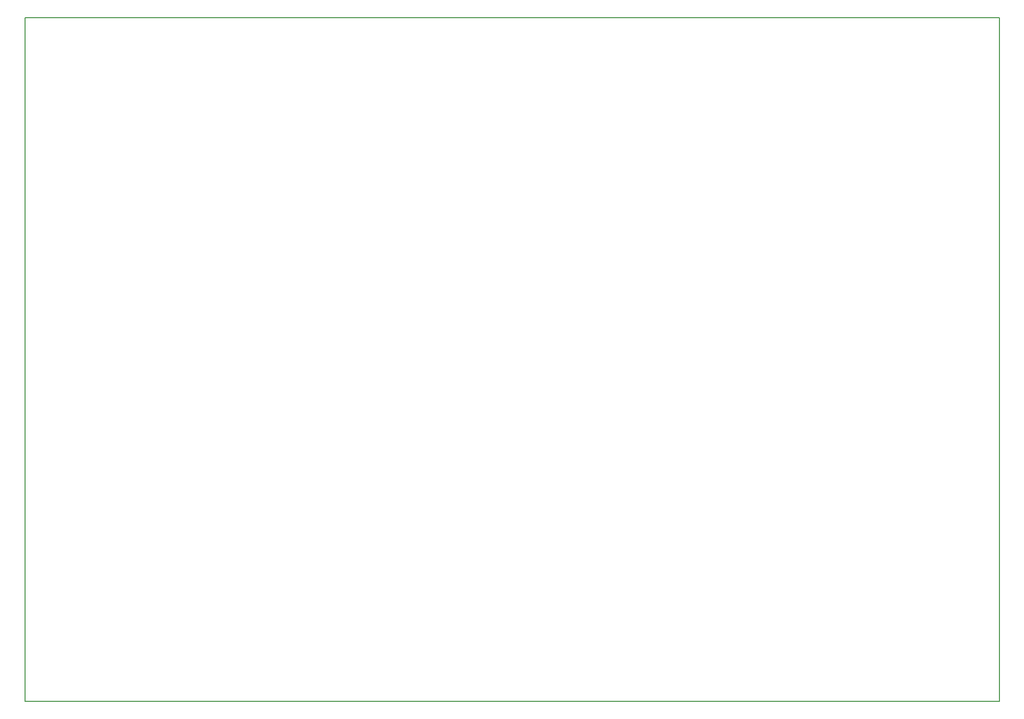
<source format=gbr>
G04 #@! TF.FileFunction,Profile,NP*
%FSLAX46Y46*%
G04 Gerber Fmt 4.6, Leading zero omitted, Abs format (unit mm)*
G04 Created by KiCad (PCBNEW 4.0.1-stable) date 2017/01/31 23:07:37*
%MOMM*%
G01*
G04 APERTURE LIST*
%ADD10C,0.100000*%
%ADD11C,0.150000*%
G04 APERTURE END LIST*
D10*
D11*
X35000000Y-146000000D02*
X36000000Y-146000000D01*
X35000000Y-28000000D02*
X36000000Y-28000000D01*
X35000000Y-146000000D02*
X35000000Y-28000000D01*
X203000000Y-28500000D02*
X203000000Y-28000000D01*
X203000000Y-146000000D02*
X203000000Y-28000000D01*
X35500000Y-28000000D02*
X203000000Y-28000000D01*
X203000000Y-146000000D02*
X35500000Y-146000000D01*
M02*

</source>
